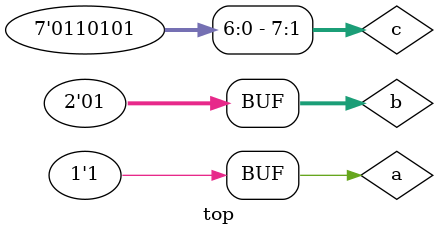
<source format=sv>
/* Generated by Synlig (git sha1 2b647e556, g++ 12.2.0-14 -fPIC -O3) */

(* top =  1  *)
(* src = "/root/synlig/synlig/tests/simple_tests/MultipleNestedStructs/top.sv:7.1-35.10" *)
module top();
  (* src = "/root/synlig/synlig/tests/simple_tests/MultipleNestedStructs/top.sv:22.7-22.8" *)
  (* wiretype = "\\foo" *)
  wire a;
  (* src = "/root/synlig/synlig/tests/simple_tests/MultipleNestedStructs/top.sv:23.7-23.8" *)
  (* wiretype = "\\bar2" *)
  wire [1:0] b;
  (* src = "/root/synlig/synlig/tests/simple_tests/MultipleNestedStructs/top.sv:24.7-24.8" *)
  (* unused_bits = "0" *)
  (* wiretype = "\\bar3" *)
  wire [7:0] c;
  assign a = 1'h1;
  assign b = 2'h1;
  assign c[7:1] = 7'h35;
endmodule

</source>
